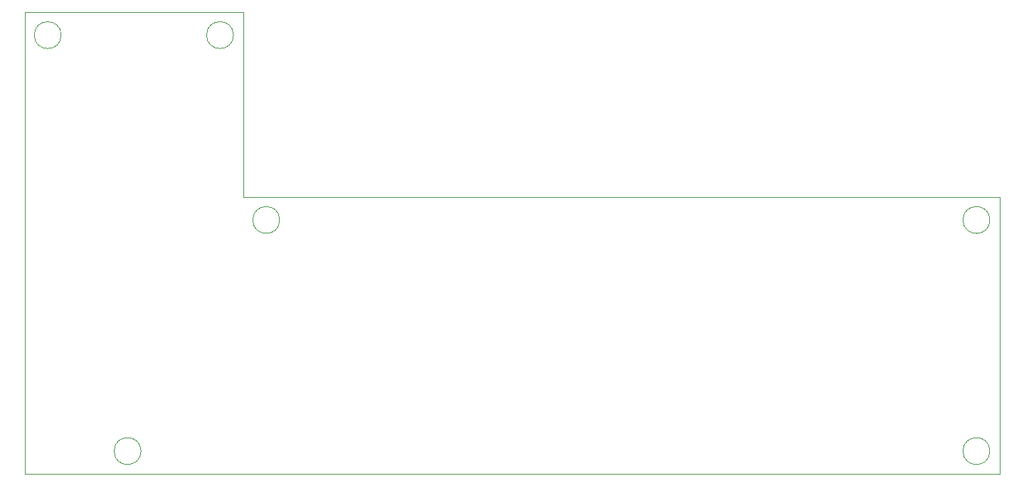
<source format=gbr>
%TF.GenerationSoftware,KiCad,Pcbnew,8.0.5*%
%TF.CreationDate,2024-12-20T11:35:35-05:00*%
%TF.ProjectId,mc3_afe,6d63335f-6166-4652-9e6b-696361645f70,rev?*%
%TF.SameCoordinates,Original*%
%TF.FileFunction,Profile,NP*%
%FSLAX46Y46*%
G04 Gerber Fmt 4.6, Leading zero omitted, Abs format (unit mm)*
G04 Created by KiCad (PCBNEW 8.0.5) date 2024-12-20 11:35:35*
%MOMM*%
%LPD*%
G01*
G04 APERTURE LIST*
%TA.AperFunction,Profile*%
%ADD10C,0.050000*%
%TD*%
G04 APERTURE END LIST*
D10*
X182000000Y-113000000D02*
X66000000Y-113000000D01*
X90850000Y-60750000D02*
G75*
G02*
X87650000Y-60750000I-1600000J0D01*
G01*
X87650000Y-60750000D02*
G75*
G02*
X90850000Y-60750000I1600000J0D01*
G01*
X96350000Y-82750000D02*
G75*
G02*
X93150000Y-82750000I-1600000J0D01*
G01*
X93150000Y-82750000D02*
G75*
G02*
X96350000Y-82750000I1600000J0D01*
G01*
X66000000Y-58000000D02*
X92000000Y-58000000D01*
X70350000Y-60750000D02*
G75*
G02*
X67150000Y-60750000I-1600000J0D01*
G01*
X67150000Y-60750000D02*
G75*
G02*
X70350000Y-60750000I1600000J0D01*
G01*
X92000000Y-80000000D02*
X182000000Y-80000000D01*
X180850000Y-82750000D02*
G75*
G02*
X177650000Y-82750000I-1600000J0D01*
G01*
X177650000Y-82750000D02*
G75*
G02*
X180850000Y-82750000I1600000J0D01*
G01*
X66000000Y-113000000D02*
X66000000Y-58000000D01*
X180850000Y-110250000D02*
G75*
G02*
X177650000Y-110250000I-1600000J0D01*
G01*
X177650000Y-110250000D02*
G75*
G02*
X180850000Y-110250000I1600000J0D01*
G01*
X79850000Y-110250000D02*
G75*
G02*
X76650000Y-110250000I-1600000J0D01*
G01*
X76650000Y-110250000D02*
G75*
G02*
X79850000Y-110250000I1600000J0D01*
G01*
X182000000Y-80000000D02*
X182000000Y-113000000D01*
X92000000Y-58000000D02*
X92000000Y-80000000D01*
M02*

</source>
